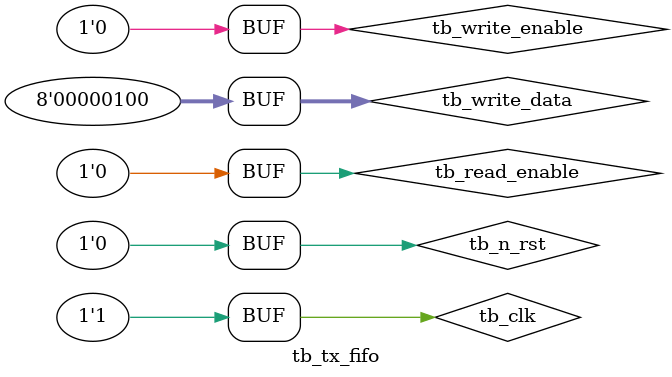
<source format=sv>
`timescale 1ns / 10ps

module tb_tx_fifo();
  
  // Define parameters
	parameter CLK_PERIOD				= 10;
  
  reg tb_clk;
  reg tb_n_rst;
  reg tb_read_enable;
  reg [7:0] tb_read_data;
  reg tb_fifo_empty;
  reg tb_fifo_full;
  reg tb_write_enable;
  reg [7:0] tb_write_data;
  
	tx_fifo DUT
	(
		.clk(tb_clk),
		.n_rst(tb_n_rst),
		.read_enable(tb_read_enable),
		.read_data(tb_read_data),
		.fifo_empty(tb_fifo_empty),
		.fifo_full(tb_fifo_full),
		.write_enable(tb_write_enable),
		.write_data(tb_write_data)
	);
	
	always
	begin : CLK_GEN
		tb_clk = 1'b0;
		#(CLK_PERIOD / 2);
		tb_clk = 1'b1;
		#(CLK_PERIOD / 2);
	end
	
	
	initial
	begin 
    tb_n_rst = 1'b0;
    #10
    tb_n_rst = 1'b1;
    tb_write_data = 8'b00000000;
    tb_read_enable = 1'b0;
    tb_write_enable = 1'b0;
    #30;
    
    //load all ones
    //then read all ones
    tb_write_data = 8'b00000001;
    tb_write_enable = 1'b1;
    #10;
    tb_write_enable = 1'b0;
   // tb_read_enable = 1'b1;
    #10;
  //  tb_read_enable = 1'b0;
  //  #10;
    
    //load all zeros
    //read all zeros
    tb_write_data = 8'b00000010;
    tb_write_enable = 1'b1;
    #10
    tb_write_enable = 1'b0;
    //tb_read_enable = 1'b1;
   // #10;
   // tb_read_enable = 1'b0;
    #10;
    
    //try and read empty buffer
   // tb_read_enable = 1'b1;
   // #10;
   // tb_read_enable = 1'b0;
   // #10;
    
    //load data twice
    tb_write_data = 8'b00000011;
    tb_write_enable = 1'b1;
    #10;
    tb_write_enable = 1'b0;
    #10
    tb_write_data = 8'b00000100;	
    tb_write_enable = 1'b1;
    #10;
    tb_write_enable = 1'b0;
    #10
    
    tb_read_enable = 1'b1;
    #10;
    tb_read_enable = 1'b0;
    #10;
    
    tb_read_enable = 1'b1;
    #10;
    tb_read_enable = 1'b0;
    #10;
    
    tb_read_enable = 1'b1;
    #10;
    tb_read_enable = 1'b0;
    #10;
    
    
    
    tb_n_rst = 1'b0;
    #10;
    
    
    
    
    
    
    
    
  end 
endmodule

</source>
